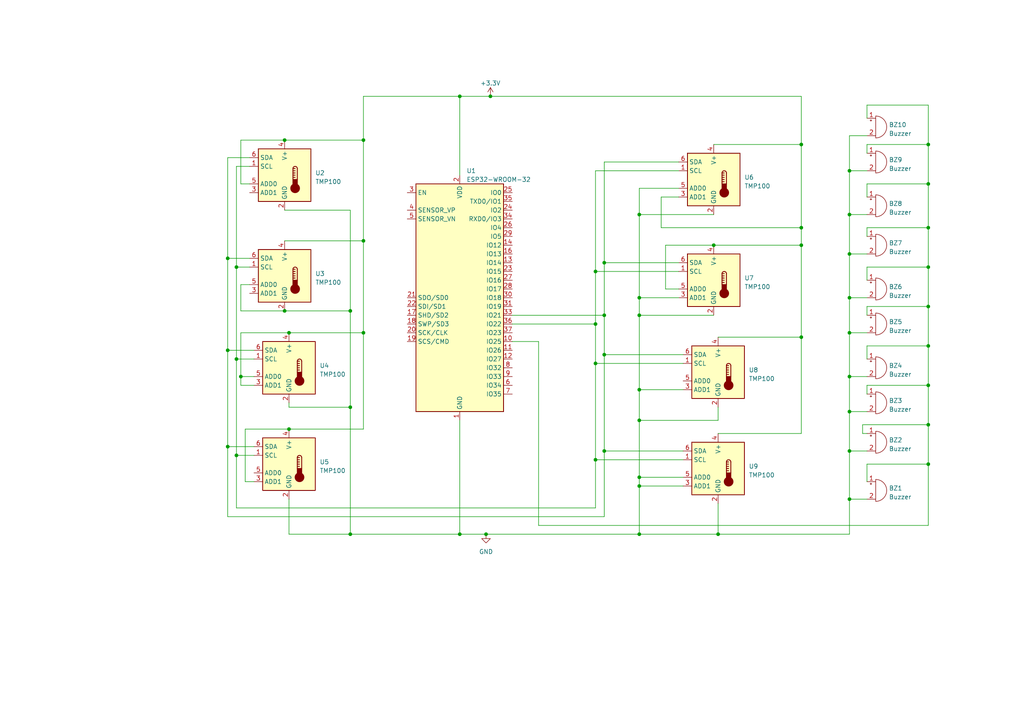
<source format=kicad_sch>
(kicad_sch (version 20230121) (generator eeschema)

  (uuid 4c75ee78-f2bc-4018-a4a0-032a90d0df34)

  (paper "A4")

  (lib_symbols
    (symbol "Device:Buzzer" (pin_names (offset 0.0254) hide) (in_bom yes) (on_board yes)
      (property "Reference" "BZ" (at 3.81 1.27 0)
        (effects (font (size 1.27 1.27)) (justify left))
      )
      (property "Value" "Buzzer" (at 3.81 -1.27 0)
        (effects (font (size 1.27 1.27)) (justify left))
      )
      (property "Footprint" "" (at -0.635 2.54 90)
        (effects (font (size 1.27 1.27)) hide)
      )
      (property "Datasheet" "~" (at -0.635 2.54 90)
        (effects (font (size 1.27 1.27)) hide)
      )
      (property "ki_keywords" "quartz resonator ceramic" (at 0 0 0)
        (effects (font (size 1.27 1.27)) hide)
      )
      (property "ki_description" "Buzzer, polarized" (at 0 0 0)
        (effects (font (size 1.27 1.27)) hide)
      )
      (property "ki_fp_filters" "*Buzzer*" (at 0 0 0)
        (effects (font (size 1.27 1.27)) hide)
      )
      (symbol "Buzzer_0_1"
        (arc (start 0 -3.175) (mid 3.1612 0) (end 0 3.175)
          (stroke (width 0) (type default))
          (fill (type none))
        )
        (polyline
          (pts
            (xy -1.651 1.905)
            (xy -1.143 1.905)
          )
          (stroke (width 0) (type default))
          (fill (type none))
        )
        (polyline
          (pts
            (xy -1.397 2.159)
            (xy -1.397 1.651)
          )
          (stroke (width 0) (type default))
          (fill (type none))
        )
        (polyline
          (pts
            (xy 0 3.175)
            (xy 0 -3.175)
          )
          (stroke (width 0) (type default))
          (fill (type none))
        )
      )
      (symbol "Buzzer_1_1"
        (pin passive line (at -2.54 2.54 0) (length 2.54)
          (name "-" (effects (font (size 1.27 1.27))))
          (number "1" (effects (font (size 1.27 1.27))))
        )
        (pin passive line (at -2.54 -2.54 0) (length 2.54)
          (name "+" (effects (font (size 1.27 1.27))))
          (number "2" (effects (font (size 1.27 1.27))))
        )
      )
    )
    (symbol "RF_Module:ESP32-WROOM-32" (in_bom yes) (on_board yes)
      (property "Reference" "U" (at -12.7 34.29 0)
        (effects (font (size 1.27 1.27)) (justify left))
      )
      (property "Value" "ESP32-WROOM-32" (at 1.27 34.29 0)
        (effects (font (size 1.27 1.27)) (justify left))
      )
      (property "Footprint" "RF_Module:ESP32-WROOM-32" (at 0 -38.1 0)
        (effects (font (size 1.27 1.27)) hide)
      )
      (property "Datasheet" "https://www.espressif.com/sites/default/files/documentation/esp32-wroom-32_datasheet_en.pdf" (at -7.62 1.27 0)
        (effects (font (size 1.27 1.27)) hide)
      )
      (property "ki_keywords" "RF Radio BT ESP ESP32 Espressif onboard PCB antenna" (at 0 0 0)
        (effects (font (size 1.27 1.27)) hide)
      )
      (property "ki_description" "RF Module, ESP32-D0WDQ6 SoC, Wi-Fi 802.11b/g/n, Bluetooth, BLE, 32-bit, 2.7-3.6V, onboard antenna, SMD" (at 0 0 0)
        (effects (font (size 1.27 1.27)) hide)
      )
      (property "ki_fp_filters" "ESP32?WROOM?32*" (at 0 0 0)
        (effects (font (size 1.27 1.27)) hide)
      )
      (symbol "ESP32-WROOM-32_0_1"
        (rectangle (start -12.7 33.02) (end 12.7 -33.02)
          (stroke (width 0.254) (type default))
          (fill (type background))
        )
      )
      (symbol "ESP32-WROOM-32_1_1"
        (pin power_in line (at 0 -35.56 90) (length 2.54)
          (name "GND" (effects (font (size 1.27 1.27))))
          (number "1" (effects (font (size 1.27 1.27))))
        )
        (pin bidirectional line (at 15.24 -12.7 180) (length 2.54)
          (name "IO25" (effects (font (size 1.27 1.27))))
          (number "10" (effects (font (size 1.27 1.27))))
        )
        (pin bidirectional line (at 15.24 -15.24 180) (length 2.54)
          (name "IO26" (effects (font (size 1.27 1.27))))
          (number "11" (effects (font (size 1.27 1.27))))
        )
        (pin bidirectional line (at 15.24 -17.78 180) (length 2.54)
          (name "IO27" (effects (font (size 1.27 1.27))))
          (number "12" (effects (font (size 1.27 1.27))))
        )
        (pin bidirectional line (at 15.24 10.16 180) (length 2.54)
          (name "IO14" (effects (font (size 1.27 1.27))))
          (number "13" (effects (font (size 1.27 1.27))))
        )
        (pin bidirectional line (at 15.24 15.24 180) (length 2.54)
          (name "IO12" (effects (font (size 1.27 1.27))))
          (number "14" (effects (font (size 1.27 1.27))))
        )
        (pin passive line (at 0 -35.56 90) (length 2.54) hide
          (name "GND" (effects (font (size 1.27 1.27))))
          (number "15" (effects (font (size 1.27 1.27))))
        )
        (pin bidirectional line (at 15.24 12.7 180) (length 2.54)
          (name "IO13" (effects (font (size 1.27 1.27))))
          (number "16" (effects (font (size 1.27 1.27))))
        )
        (pin bidirectional line (at -15.24 -5.08 0) (length 2.54)
          (name "SHD/SD2" (effects (font (size 1.27 1.27))))
          (number "17" (effects (font (size 1.27 1.27))))
        )
        (pin bidirectional line (at -15.24 -7.62 0) (length 2.54)
          (name "SWP/SD3" (effects (font (size 1.27 1.27))))
          (number "18" (effects (font (size 1.27 1.27))))
        )
        (pin bidirectional line (at -15.24 -12.7 0) (length 2.54)
          (name "SCS/CMD" (effects (font (size 1.27 1.27))))
          (number "19" (effects (font (size 1.27 1.27))))
        )
        (pin power_in line (at 0 35.56 270) (length 2.54)
          (name "VDD" (effects (font (size 1.27 1.27))))
          (number "2" (effects (font (size 1.27 1.27))))
        )
        (pin bidirectional line (at -15.24 -10.16 0) (length 2.54)
          (name "SCK/CLK" (effects (font (size 1.27 1.27))))
          (number "20" (effects (font (size 1.27 1.27))))
        )
        (pin bidirectional line (at -15.24 0 0) (length 2.54)
          (name "SDO/SD0" (effects (font (size 1.27 1.27))))
          (number "21" (effects (font (size 1.27 1.27))))
        )
        (pin bidirectional line (at -15.24 -2.54 0) (length 2.54)
          (name "SDI/SD1" (effects (font (size 1.27 1.27))))
          (number "22" (effects (font (size 1.27 1.27))))
        )
        (pin bidirectional line (at 15.24 7.62 180) (length 2.54)
          (name "IO15" (effects (font (size 1.27 1.27))))
          (number "23" (effects (font (size 1.27 1.27))))
        )
        (pin bidirectional line (at 15.24 25.4 180) (length 2.54)
          (name "IO2" (effects (font (size 1.27 1.27))))
          (number "24" (effects (font (size 1.27 1.27))))
        )
        (pin bidirectional line (at 15.24 30.48 180) (length 2.54)
          (name "IO0" (effects (font (size 1.27 1.27))))
          (number "25" (effects (font (size 1.27 1.27))))
        )
        (pin bidirectional line (at 15.24 20.32 180) (length 2.54)
          (name "IO4" (effects (font (size 1.27 1.27))))
          (number "26" (effects (font (size 1.27 1.27))))
        )
        (pin bidirectional line (at 15.24 5.08 180) (length 2.54)
          (name "IO16" (effects (font (size 1.27 1.27))))
          (number "27" (effects (font (size 1.27 1.27))))
        )
        (pin bidirectional line (at 15.24 2.54 180) (length 2.54)
          (name "IO17" (effects (font (size 1.27 1.27))))
          (number "28" (effects (font (size 1.27 1.27))))
        )
        (pin bidirectional line (at 15.24 17.78 180) (length 2.54)
          (name "IO5" (effects (font (size 1.27 1.27))))
          (number "29" (effects (font (size 1.27 1.27))))
        )
        (pin input line (at -15.24 30.48 0) (length 2.54)
          (name "EN" (effects (font (size 1.27 1.27))))
          (number "3" (effects (font (size 1.27 1.27))))
        )
        (pin bidirectional line (at 15.24 0 180) (length 2.54)
          (name "IO18" (effects (font (size 1.27 1.27))))
          (number "30" (effects (font (size 1.27 1.27))))
        )
        (pin bidirectional line (at 15.24 -2.54 180) (length 2.54)
          (name "IO19" (effects (font (size 1.27 1.27))))
          (number "31" (effects (font (size 1.27 1.27))))
        )
        (pin no_connect line (at -12.7 -27.94 0) (length 2.54) hide
          (name "NC" (effects (font (size 1.27 1.27))))
          (number "32" (effects (font (size 1.27 1.27))))
        )
        (pin bidirectional line (at 15.24 -5.08 180) (length 2.54)
          (name "IO21" (effects (font (size 1.27 1.27))))
          (number "33" (effects (font (size 1.27 1.27))))
        )
        (pin bidirectional line (at 15.24 22.86 180) (length 2.54)
          (name "RXD0/IO3" (effects (font (size 1.27 1.27))))
          (number "34" (effects (font (size 1.27 1.27))))
        )
        (pin bidirectional line (at 15.24 27.94 180) (length 2.54)
          (name "TXD0/IO1" (effects (font (size 1.27 1.27))))
          (number "35" (effects (font (size 1.27 1.27))))
        )
        (pin bidirectional line (at 15.24 -7.62 180) (length 2.54)
          (name "IO22" (effects (font (size 1.27 1.27))))
          (number "36" (effects (font (size 1.27 1.27))))
        )
        (pin bidirectional line (at 15.24 -10.16 180) (length 2.54)
          (name "IO23" (effects (font (size 1.27 1.27))))
          (number "37" (effects (font (size 1.27 1.27))))
        )
        (pin passive line (at 0 -35.56 90) (length 2.54) hide
          (name "GND" (effects (font (size 1.27 1.27))))
          (number "38" (effects (font (size 1.27 1.27))))
        )
        (pin passive line (at 0 -35.56 90) (length 2.54) hide
          (name "GND" (effects (font (size 1.27 1.27))))
          (number "39" (effects (font (size 1.27 1.27))))
        )
        (pin input line (at -15.24 25.4 0) (length 2.54)
          (name "SENSOR_VP" (effects (font (size 1.27 1.27))))
          (number "4" (effects (font (size 1.27 1.27))))
        )
        (pin input line (at -15.24 22.86 0) (length 2.54)
          (name "SENSOR_VN" (effects (font (size 1.27 1.27))))
          (number "5" (effects (font (size 1.27 1.27))))
        )
        (pin input line (at 15.24 -25.4 180) (length 2.54)
          (name "IO34" (effects (font (size 1.27 1.27))))
          (number "6" (effects (font (size 1.27 1.27))))
        )
        (pin input line (at 15.24 -27.94 180) (length 2.54)
          (name "IO35" (effects (font (size 1.27 1.27))))
          (number "7" (effects (font (size 1.27 1.27))))
        )
        (pin bidirectional line (at 15.24 -20.32 180) (length 2.54)
          (name "IO32" (effects (font (size 1.27 1.27))))
          (number "8" (effects (font (size 1.27 1.27))))
        )
        (pin bidirectional line (at 15.24 -22.86 180) (length 2.54)
          (name "IO33" (effects (font (size 1.27 1.27))))
          (number "9" (effects (font (size 1.27 1.27))))
        )
      )
    )
    (symbol "Sensor_Temperature:TMP100" (in_bom yes) (on_board yes)
      (property "Reference" "U" (at 10.16 6.35 0)
        (effects (font (size 1.27 1.27)))
      )
      (property "Value" "TMP100" (at 12.7 3.81 0)
        (effects (font (size 1.27 1.27)))
      )
      (property "Footprint" "Package_TO_SOT_SMD:SOT-23-6" (at 0 -8.89 0)
        (effects (font (size 1.27 1.27)) hide)
      )
      (property "Datasheet" "http://www.ti.com/lit/gpn/tmp100" (at -1.27 0 0)
        (effects (font (size 1.27 1.27)) hide)
      )
      (property "ki_keywords" "temperature sensor i2c smbus" (at 0 0 0)
        (effects (font (size 1.27 1.27)) hide)
      )
      (property "ki_description" "Temperature Sensor with I2C/SMBus Interface, SOT-23-6" (at 0 0 0)
        (effects (font (size 1.27 1.27)) hide)
      )
      (property "ki_fp_filters" "SOT?23*" (at 0 0 0)
        (effects (font (size 1.27 1.27)) hide)
      )
      (symbol "TMP100_0_1"
        (rectangle (start -7.62 7.62) (end 7.62 -7.62)
          (stroke (width 0.254) (type default))
          (fill (type background))
        )
      )
      (symbol "TMP100_1_1"
        (polyline
          (pts
            (xy 2.413 -0.635)
            (xy 3.048 -0.635)
          )
          (stroke (width 0.254) (type default))
          (fill (type none))
        )
        (polyline
          (pts
            (xy 2.413 0)
            (xy 3.048 0)
          )
          (stroke (width 0.254) (type default))
          (fill (type none))
        )
        (polyline
          (pts
            (xy 2.413 0.635)
            (xy 3.048 0.635)
          )
          (stroke (width 0.254) (type default))
          (fill (type none))
        )
        (polyline
          (pts
            (xy 2.413 1.27)
            (xy 3.048 1.27)
          )
          (stroke (width 0.254) (type default))
          (fill (type none))
        )
        (polyline
          (pts
            (xy 2.413 1.905)
            (xy 2.413 -1.27)
          )
          (stroke (width 0.254) (type default))
          (fill (type none))
        )
        (polyline
          (pts
            (xy 2.413 1.905)
            (xy 3.048 1.905)
          )
          (stroke (width 0.254) (type default))
          (fill (type none))
        )
        (polyline
          (pts
            (xy 3.683 1.905)
            (xy 3.683 -1.27)
          )
          (stroke (width 0.254) (type default))
          (fill (type none))
        )
        (circle (center 3.048 -3.81) (radius 1.27)
          (stroke (width 0.254) (type default))
          (fill (type outline))
        )
        (rectangle (start 3.683 -3.175) (end 2.413 -1.27)
          (stroke (width 0.254) (type default))
          (fill (type outline))
        )
        (arc (start 3.683 1.905) (mid 3.048 2.5373) (end 2.413 1.905)
          (stroke (width 0.254) (type default))
          (fill (type none))
        )
        (pin input line (at -10.16 2.54 0) (length 2.54)
          (name "SCL" (effects (font (size 1.27 1.27))))
          (number "1" (effects (font (size 1.27 1.27))))
        )
        (pin power_in line (at 0 -10.16 90) (length 2.54)
          (name "GND" (effects (font (size 1.27 1.27))))
          (number "2" (effects (font (size 1.27 1.27))))
        )
        (pin input line (at -10.16 -5.08 0) (length 2.54)
          (name "ADD1" (effects (font (size 1.27 1.27))))
          (number "3" (effects (font (size 1.27 1.27))))
        )
        (pin power_in line (at 0 10.16 270) (length 2.54)
          (name "V+" (effects (font (size 1.27 1.27))))
          (number "4" (effects (font (size 1.27 1.27))))
        )
        (pin input line (at -10.16 -2.54 0) (length 2.54)
          (name "ADD0" (effects (font (size 1.27 1.27))))
          (number "5" (effects (font (size 1.27 1.27))))
        )
        (pin bidirectional line (at -10.16 5.08 0) (length 2.54)
          (name "SDA" (effects (font (size 1.27 1.27))))
          (number "6" (effects (font (size 1.27 1.27))))
        )
      )
    )
    (symbol "power:+3.3V" (power) (pin_names (offset 0)) (in_bom yes) (on_board yes)
      (property "Reference" "#PWR" (at 0 -3.81 0)
        (effects (font (size 1.27 1.27)) hide)
      )
      (property "Value" "+3.3V" (at 0 3.556 0)
        (effects (font (size 1.27 1.27)))
      )
      (property "Footprint" "" (at 0 0 0)
        (effects (font (size 1.27 1.27)) hide)
      )
      (property "Datasheet" "" (at 0 0 0)
        (effects (font (size 1.27 1.27)) hide)
      )
      (property "ki_keywords" "global power" (at 0 0 0)
        (effects (font (size 1.27 1.27)) hide)
      )
      (property "ki_description" "Power symbol creates a global label with name \"+3.3V\"" (at 0 0 0)
        (effects (font (size 1.27 1.27)) hide)
      )
      (symbol "+3.3V_0_1"
        (polyline
          (pts
            (xy -0.762 1.27)
            (xy 0 2.54)
          )
          (stroke (width 0) (type default))
          (fill (type none))
        )
        (polyline
          (pts
            (xy 0 0)
            (xy 0 2.54)
          )
          (stroke (width 0) (type default))
          (fill (type none))
        )
        (polyline
          (pts
            (xy 0 2.54)
            (xy 0.762 1.27)
          )
          (stroke (width 0) (type default))
          (fill (type none))
        )
      )
      (symbol "+3.3V_1_1"
        (pin power_in line (at 0 0 90) (length 0) hide
          (name "+3.3V" (effects (font (size 1.27 1.27))))
          (number "1" (effects (font (size 1.27 1.27))))
        )
      )
    )
    (symbol "power:GND" (power) (pin_names (offset 0)) (in_bom yes) (on_board yes)
      (property "Reference" "#PWR" (at 0 -6.35 0)
        (effects (font (size 1.27 1.27)) hide)
      )
      (property "Value" "GND" (at 0 -3.81 0)
        (effects (font (size 1.27 1.27)))
      )
      (property "Footprint" "" (at 0 0 0)
        (effects (font (size 1.27 1.27)) hide)
      )
      (property "Datasheet" "" (at 0 0 0)
        (effects (font (size 1.27 1.27)) hide)
      )
      (property "ki_keywords" "global power" (at 0 0 0)
        (effects (font (size 1.27 1.27)) hide)
      )
      (property "ki_description" "Power symbol creates a global label with name \"GND\" , ground" (at 0 0 0)
        (effects (font (size 1.27 1.27)) hide)
      )
      (symbol "GND_0_1"
        (polyline
          (pts
            (xy 0 0)
            (xy 0 -1.27)
            (xy 1.27 -1.27)
            (xy 0 -2.54)
            (xy -1.27 -1.27)
            (xy 0 -1.27)
          )
          (stroke (width 0) (type default))
          (fill (type none))
        )
      )
      (symbol "GND_1_1"
        (pin power_in line (at 0 0 270) (length 0) hide
          (name "GND" (effects (font (size 1.27 1.27))))
          (number "1" (effects (font (size 1.27 1.27))))
        )
      )
    )
  )

  (junction (at 246.38 96.52) (diameter 0) (color 0 0 0 0)
    (uuid 03b776f7-2a8c-4d53-a833-4d8d9cc66321)
  )
  (junction (at 246.38 73.66) (diameter 0) (color 0 0 0 0)
    (uuid 0511578f-9dcc-433b-9374-6ce97983434b)
  )
  (junction (at 269.24 100.33) (diameter 0) (color 0 0 0 0)
    (uuid 0700f1d8-401a-429f-aaee-f5a72f5b6b8e)
  )
  (junction (at 66.04 129.54) (diameter 0) (color 0 0 0 0)
    (uuid 08b43925-e65e-450b-8b9a-571d2e302d69)
  )
  (junction (at 232.41 66.04) (diameter 0) (color 0 0 0 0)
    (uuid 0f5d9cfd-d5e2-412e-a3a3-f9719e25261f)
  )
  (junction (at 68.58 77.47) (diameter 0) (color 0 0 0 0)
    (uuid 107d52c8-068e-441e-838b-f720f09164c2)
  )
  (junction (at 105.41 96.52) (diameter 0) (color 0 0 0 0)
    (uuid 1346d77b-6f2c-46e8-a2dd-03f96ffc9122)
  )
  (junction (at 105.41 40.64) (diameter 0) (color 0 0 0 0)
    (uuid 16f5dec1-4562-451e-9cb7-6a250e094976)
  )
  (junction (at 82.55 90.17) (diameter 0) (color 0 0 0 0)
    (uuid 19f9d3c9-6049-428d-86ba-cd62f0054aa3)
  )
  (junction (at 172.72 93.98) (diameter 0) (color 0 0 0 0)
    (uuid 1a4ec714-13f9-44ea-8838-c877c153d540)
  )
  (junction (at 207.01 71.12) (diameter 0) (color 0 0 0 0)
    (uuid 2138cbaf-80fd-4c73-9bc9-66f489b067da)
  )
  (junction (at 185.42 86.36) (diameter 0) (color 0 0 0 0)
    (uuid 21add950-4cac-45ae-b2d0-57821d275576)
  )
  (junction (at 185.42 62.23) (diameter 0) (color 0 0 0 0)
    (uuid 25a88590-3ff6-423a-b5ec-d864ae152b15)
  )
  (junction (at 269.24 66.04) (diameter 0) (color 0 0 0 0)
    (uuid 269b82e6-1d5e-4afd-bb1b-5b0e9ad9c621)
  )
  (junction (at 133.35 154.94) (diameter 0) (color 0 0 0 0)
    (uuid 282efe42-cb9c-4cad-b8b5-164f6c6b9b72)
  )
  (junction (at 246.38 130.81) (diameter 0) (color 0 0 0 0)
    (uuid 2d925388-77b2-4533-9a29-3391bc8ad76e)
  )
  (junction (at 82.55 40.64) (diameter 0) (color 0 0 0 0)
    (uuid 2f490103-912b-4d47-bb38-7d11d56f0d63)
  )
  (junction (at 140.97 154.94) (diameter 0) (color 0 0 0 0)
    (uuid 364645d8-6eb8-4f34-bb81-5ba18fa36c80)
  )
  (junction (at 172.72 105.41) (diameter 0) (color 0 0 0 0)
    (uuid 36c824f4-baed-4276-b565-ecb23df8253e)
  )
  (junction (at 66.04 74.93) (diameter 0) (color 0 0 0 0)
    (uuid 3a8b254f-4eef-4747-8485-129248257ea2)
  )
  (junction (at 208.28 154.94) (diameter 0) (color 0 0 0 0)
    (uuid 3bccfd20-6cae-4b15-acf0-0725ff94fada)
  )
  (junction (at 185.42 138.43) (diameter 0) (color 0 0 0 0)
    (uuid 46d9a5a9-0a51-4f54-852d-03a9bd71d86b)
  )
  (junction (at 101.6 154.94) (diameter 0) (color 0 0 0 0)
    (uuid 50394678-878f-4aae-b9bd-048365c617f4)
  )
  (junction (at 175.26 102.87) (diameter 0) (color 0 0 0 0)
    (uuid 51556f0c-1ad5-4147-91f3-1397a89aed1c)
  )
  (junction (at 185.42 140.97) (diameter 0) (color 0 0 0 0)
    (uuid 516bfe95-d485-4d3a-9528-f7d5b5362f25)
  )
  (junction (at 269.24 88.9) (diameter 0) (color 0 0 0 0)
    (uuid 54a1be10-567b-44fe-83cf-e1164e01cc36)
  )
  (junction (at 105.41 69.85) (diameter 0) (color 0 0 0 0)
    (uuid 5c487d17-1f1a-462b-a686-2cbf630b87bb)
  )
  (junction (at 68.58 104.14) (diameter 0) (color 0 0 0 0)
    (uuid 5df5a278-1853-4e66-b764-a997db8d8789)
  )
  (junction (at 133.35 27.94) (diameter 0) (color 0 0 0 0)
    (uuid 5e45f4fc-32f0-40a0-9362-a1f387023068)
  )
  (junction (at 185.42 154.94) (diameter 0) (color 0 0 0 0)
    (uuid 65722603-1f9a-4975-88e3-10e2a9bed6dc)
  )
  (junction (at 269.24 77.47) (diameter 0) (color 0 0 0 0)
    (uuid 668e96f3-d6b9-43de-9c01-069c37cd8ed0)
  )
  (junction (at 172.72 78.74) (diameter 0) (color 0 0 0 0)
    (uuid 69a6274b-8414-44ff-9722-f18ea3e862da)
  )
  (junction (at 172.72 133.35) (diameter 0) (color 0 0 0 0)
    (uuid 6af8fc33-a364-4a07-9840-7360a482711e)
  )
  (junction (at 232.41 41.91) (diameter 0) (color 0 0 0 0)
    (uuid 7765518d-ca30-4732-9088-41f9717f2ccc)
  )
  (junction (at 246.38 119.38) (diameter 0) (color 0 0 0 0)
    (uuid 77f3f477-7de5-4483-9d78-b39a77bd2796)
  )
  (junction (at 232.41 97.79) (diameter 0) (color 0 0 0 0)
    (uuid 7b0e2026-e420-414c-a9e8-bfdcd38247cf)
  )
  (junction (at 246.38 86.36) (diameter 0) (color 0 0 0 0)
    (uuid 7b460a1b-d554-4dc7-abbc-fda35d3ea485)
  )
  (junction (at 175.26 130.81) (diameter 0) (color 0 0 0 0)
    (uuid 7c7e0128-9532-4437-83f0-61849cece2cb)
  )
  (junction (at 142.24 27.94) (diameter 0) (color 0 0 0 0)
    (uuid 87ffa3e9-9830-4da9-93fb-f7bc1ee14cf4)
  )
  (junction (at 232.41 71.12) (diameter 0) (color 0 0 0 0)
    (uuid 888cdbc8-6803-4bad-9fcc-37b4cddf0ef9)
  )
  (junction (at 246.38 49.53) (diameter 0) (color 0 0 0 0)
    (uuid 8f0a821c-df3e-4848-b237-4db2493e2a79)
  )
  (junction (at 69.85 109.22) (diameter 0) (color 0 0 0 0)
    (uuid 98c43c0d-d3d6-4613-baef-be508cb185fa)
  )
  (junction (at 269.24 53.34) (diameter 0) (color 0 0 0 0)
    (uuid 9fd0df8f-1313-444c-9072-3aa2aa71a08b)
  )
  (junction (at 175.26 91.44) (diameter 0) (color 0 0 0 0)
    (uuid a046fecc-46e5-4232-a031-499fc5751d71)
  )
  (junction (at 185.42 91.44) (diameter 0) (color 0 0 0 0)
    (uuid a52f7864-fa13-4034-9513-43bf1ade9e4c)
  )
  (junction (at 68.58 132.08) (diameter 0) (color 0 0 0 0)
    (uuid ac57bd5b-d13b-43da-a71e-7e171ca433fb)
  )
  (junction (at 269.24 41.91) (diameter 0) (color 0 0 0 0)
    (uuid ad718509-27d3-48d8-8d55-d8d75622e1af)
  )
  (junction (at 246.38 62.23) (diameter 0) (color 0 0 0 0)
    (uuid ad906ef7-293a-45c1-b663-c9803c9e5cd0)
  )
  (junction (at 185.42 113.03) (diameter 0) (color 0 0 0 0)
    (uuid ae334829-0c0f-4b4c-b284-12d0fd44b251)
  )
  (junction (at 175.26 76.2) (diameter 0) (color 0 0 0 0)
    (uuid af069f61-318c-4085-8ec6-538720b54948)
  )
  (junction (at 269.24 123.19) (diameter 0) (color 0 0 0 0)
    (uuid b73fae70-28af-4077-8ac7-6db8b7cceca0)
  )
  (junction (at 269.24 134.62) (diameter 0) (color 0 0 0 0)
    (uuid c38600bb-4104-4f9a-b849-a392d593990e)
  )
  (junction (at 269.24 111.76) (diameter 0) (color 0 0 0 0)
    (uuid d125184b-98d5-45ce-8046-b6025649bca2)
  )
  (junction (at 185.42 121.92) (diameter 0) (color 0 0 0 0)
    (uuid d447d0ea-1cb7-48a2-976a-940feee30a36)
  )
  (junction (at 83.82 124.46) (diameter 0) (color 0 0 0 0)
    (uuid d60dc718-3a7e-4a7a-be91-b14290a2f39b)
  )
  (junction (at 101.6 90.17) (diameter 0) (color 0 0 0 0)
    (uuid e1c40f5c-81a7-4e09-b624-b8f5bbda4337)
  )
  (junction (at 246.38 109.22) (diameter 0) (color 0 0 0 0)
    (uuid ea82ccba-6644-4ed2-b21c-97f2ecc1e155)
  )
  (junction (at 101.6 118.11) (diameter 0) (color 0 0 0 0)
    (uuid ecd1ea00-b267-4ec9-9338-7c4d7a4f5908)
  )
  (junction (at 83.82 96.52) (diameter 0) (color 0 0 0 0)
    (uuid ef0fc02d-8bfc-4ff0-b259-6b4da9fb7583)
  )
  (junction (at 66.04 101.6) (diameter 0) (color 0 0 0 0)
    (uuid f12d4f0f-c45f-430b-a95d-7be7948e6e41)
  )
  (junction (at 246.38 144.78) (diameter 0) (color 0 0 0 0)
    (uuid f509ffb3-dff8-4d43-8c44-3f62b5b60ff7)
  )

  (wire (pts (xy 185.42 154.94) (xy 208.28 154.94))
    (stroke (width 0) (type default))
    (uuid 015b1030-5ac3-4ec6-a6ff-c9e996195587)
  )
  (wire (pts (xy 232.41 27.94) (xy 142.24 27.94))
    (stroke (width 0) (type default))
    (uuid 03af14c4-16a9-47eb-988d-c6878a576615)
  )
  (wire (pts (xy 172.72 93.98) (xy 172.72 105.41))
    (stroke (width 0) (type default))
    (uuid 0493b24e-8ab7-488c-8952-7624e382741d)
  )
  (wire (pts (xy 175.26 130.81) (xy 175.26 102.87))
    (stroke (width 0) (type default))
    (uuid 089d3f08-dd33-49c0-8015-c0987268d27e)
  )
  (wire (pts (xy 232.41 97.79) (xy 232.41 125.73))
    (stroke (width 0) (type default))
    (uuid 09e9f18d-dca1-4cbb-b01a-d56d95daf75a)
  )
  (wire (pts (xy 251.46 96.52) (xy 246.38 96.52))
    (stroke (width 0) (type default))
    (uuid 0b6987d2-8481-42f1-9f8d-5b96e9f17943)
  )
  (wire (pts (xy 185.42 113.03) (xy 198.12 113.03))
    (stroke (width 0) (type default))
    (uuid 0dc9d439-08f7-43b4-b58d-d79fe759b048)
  )
  (wire (pts (xy 105.41 96.52) (xy 105.41 69.85))
    (stroke (width 0) (type default))
    (uuid 0de390f5-f034-42fc-a805-eb460cf9249f)
  )
  (wire (pts (xy 251.46 39.37) (xy 246.38 39.37))
    (stroke (width 0) (type default))
    (uuid 0f5b296b-0fd9-4087-8198-0550d7ef0934)
  )
  (wire (pts (xy 196.85 46.99) (xy 175.26 46.99))
    (stroke (width 0) (type default))
    (uuid 113c08af-19c1-494b-9970-44db0bb84cd3)
  )
  (wire (pts (xy 191.77 66.04) (xy 232.41 66.04))
    (stroke (width 0) (type default))
    (uuid 11e32051-2ad0-4c5a-99ed-bfb5d712a8c1)
  )
  (wire (pts (xy 71.12 124.46) (xy 83.82 124.46))
    (stroke (width 0) (type default))
    (uuid 15368a40-743f-4cd6-8d36-28cf462dbdee)
  )
  (wire (pts (xy 82.55 40.64) (xy 105.41 40.64))
    (stroke (width 0) (type default))
    (uuid 15ff0d8b-7fce-4e2c-ae1e-504d789d1649)
  )
  (wire (pts (xy 250.19 123.19) (xy 269.24 123.19))
    (stroke (width 0) (type default))
    (uuid 165fff8b-a454-4864-ab2c-818336e84af4)
  )
  (wire (pts (xy 185.42 86.36) (xy 196.85 86.36))
    (stroke (width 0) (type default))
    (uuid 197da132-3185-4eba-865e-5d44c1568a20)
  )
  (wire (pts (xy 269.24 30.48) (xy 269.24 41.91))
    (stroke (width 0) (type default))
    (uuid 19a187f0-62a4-435b-98f5-82313a249d65)
  )
  (wire (pts (xy 269.24 88.9) (xy 269.24 100.33))
    (stroke (width 0) (type default))
    (uuid 1a89bc84-5596-4db4-93fa-4f53e6cbe761)
  )
  (wire (pts (xy 196.85 54.61) (xy 185.42 54.61))
    (stroke (width 0) (type default))
    (uuid 2202a4eb-0f14-42c2-a9da-93fdcd89b03c)
  )
  (wire (pts (xy 68.58 104.14) (xy 73.66 104.14))
    (stroke (width 0) (type default))
    (uuid 2245de25-1d6e-4a1e-99b5-ac0cd5be0a04)
  )
  (wire (pts (xy 66.04 101.6) (xy 66.04 129.54))
    (stroke (width 0) (type default))
    (uuid 255d68b1-ebe2-4dfa-baec-f1ef9d8ef472)
  )
  (wire (pts (xy 68.58 132.08) (xy 68.58 147.32))
    (stroke (width 0) (type default))
    (uuid 27ffc73c-910e-4402-ace6-056996fbded1)
  )
  (wire (pts (xy 207.01 62.23) (xy 185.42 62.23))
    (stroke (width 0) (type default))
    (uuid 29289756-56c4-4253-90ec-62afbade2830)
  )
  (wire (pts (xy 198.12 130.81) (xy 175.26 130.81))
    (stroke (width 0) (type default))
    (uuid 2d667868-2308-4f27-8ce8-45226abbfda1)
  )
  (wire (pts (xy 207.01 41.91) (xy 232.41 41.91))
    (stroke (width 0) (type default))
    (uuid 2df64e1b-f4eb-42ec-ba75-40b96d262948)
  )
  (wire (pts (xy 251.46 144.78) (xy 246.38 144.78))
    (stroke (width 0) (type default))
    (uuid 319afe44-1f49-437d-978f-dbb83669fc44)
  )
  (wire (pts (xy 68.58 48.26) (xy 68.58 77.47))
    (stroke (width 0) (type default))
    (uuid 35079f20-f9e3-4e08-a5b7-86629d7d0941)
  )
  (wire (pts (xy 269.24 123.19) (xy 269.24 134.62))
    (stroke (width 0) (type default))
    (uuid 3550eb77-7eb5-4231-b66e-ef3003c1b419)
  )
  (wire (pts (xy 251.46 114.3) (xy 251.46 111.76))
    (stroke (width 0) (type default))
    (uuid 35629a4b-017e-4e69-aa4e-6b7f2b2a8e7d)
  )
  (wire (pts (xy 246.38 154.94) (xy 208.28 154.94))
    (stroke (width 0) (type default))
    (uuid 36462048-53e3-40c6-8ea9-c6d17eeb4bf1)
  )
  (wire (pts (xy 105.41 40.64) (xy 105.41 69.85))
    (stroke (width 0) (type default))
    (uuid 3a00ba56-35e8-4758-8608-66e397bfa0bb)
  )
  (wire (pts (xy 148.59 91.44) (xy 175.26 91.44))
    (stroke (width 0) (type default))
    (uuid 3b3e6450-043c-40f3-a2af-dd12ffc08f5b)
  )
  (wire (pts (xy 175.26 130.81) (xy 175.26 149.86))
    (stroke (width 0) (type default))
    (uuid 3befa774-349e-46cb-95c9-f4090ca9347e)
  )
  (wire (pts (xy 133.35 154.94) (xy 140.97 154.94))
    (stroke (width 0) (type default))
    (uuid 3ca37d81-89e2-48f5-8609-432bc79a3719)
  )
  (wire (pts (xy 208.28 118.11) (xy 208.28 121.92))
    (stroke (width 0) (type default))
    (uuid 3d64426c-6ea8-4365-863e-4c76fe068adf)
  )
  (wire (pts (xy 246.38 96.52) (xy 246.38 109.22))
    (stroke (width 0) (type default))
    (uuid 3d7361f4-be83-4296-891d-c8c8931c4b6b)
  )
  (wire (pts (xy 73.66 111.76) (xy 69.85 111.76))
    (stroke (width 0) (type default))
    (uuid 3d9238e4-6f08-4833-a659-838e69f7dd80)
  )
  (wire (pts (xy 251.46 91.44) (xy 251.46 88.9))
    (stroke (width 0) (type default))
    (uuid 3eff3187-33e6-4afe-9fb0-100690dd2aa1)
  )
  (wire (pts (xy 66.04 129.54) (xy 66.04 149.86))
    (stroke (width 0) (type default))
    (uuid 409ba42d-9d69-4065-8a43-727a7e354de1)
  )
  (wire (pts (xy 148.59 93.98) (xy 172.72 93.98))
    (stroke (width 0) (type default))
    (uuid 43473f9a-f71b-4529-bf2e-8447d1245ef2)
  )
  (wire (pts (xy 198.12 133.35) (xy 172.72 133.35))
    (stroke (width 0) (type default))
    (uuid 46c8073c-68ef-4382-bbdc-c9123a727b18)
  )
  (wire (pts (xy 68.58 132.08) (xy 73.66 132.08))
    (stroke (width 0) (type default))
    (uuid 46effa85-0e5d-4328-8f6f-42356fbd4779)
  )
  (wire (pts (xy 68.58 77.47) (xy 72.39 77.47))
    (stroke (width 0) (type default))
    (uuid 477b8195-a213-44cc-8584-84facf940f8d)
  )
  (wire (pts (xy 185.42 113.03) (xy 185.42 121.92))
    (stroke (width 0) (type default))
    (uuid 479856e9-9c0a-4e5e-aa53-5543ef3a165f)
  )
  (wire (pts (xy 251.46 81.28) (xy 251.46 77.47))
    (stroke (width 0) (type default))
    (uuid 4aaebbdf-df6b-438f-a913-4e85da46e99b)
  )
  (wire (pts (xy 246.38 130.81) (xy 246.38 144.78))
    (stroke (width 0) (type default))
    (uuid 4c09fb84-da05-4376-b16e-e5c9e1f06453)
  )
  (wire (pts (xy 101.6 90.17) (xy 101.6 118.11))
    (stroke (width 0) (type default))
    (uuid 4f57aff7-1f0b-4075-b972-d815c76b2116)
  )
  (wire (pts (xy 196.85 57.15) (xy 191.77 57.15))
    (stroke (width 0) (type default))
    (uuid 51b5e5eb-8c1a-4acf-81a7-935b92a1ef69)
  )
  (wire (pts (xy 66.04 45.72) (xy 72.39 45.72))
    (stroke (width 0) (type default))
    (uuid 51e069f8-5917-4d88-8dbf-9978594940b7)
  )
  (wire (pts (xy 73.66 139.7) (xy 71.12 139.7))
    (stroke (width 0) (type default))
    (uuid 53742473-de29-4ca0-b7bc-8831ce769b53)
  )
  (wire (pts (xy 185.42 86.36) (xy 185.42 91.44))
    (stroke (width 0) (type default))
    (uuid 542ad086-aa91-47c8-b2a2-e32fade45498)
  )
  (wire (pts (xy 66.04 45.72) (xy 66.04 74.93))
    (stroke (width 0) (type default))
    (uuid 54a5cc17-eee0-4eb2-9715-3715836b894d)
  )
  (wire (pts (xy 251.46 86.36) (xy 246.38 86.36))
    (stroke (width 0) (type default))
    (uuid 57c7b936-7c14-464b-b231-772b79fde7f1)
  )
  (wire (pts (xy 251.46 134.62) (xy 251.46 139.7))
    (stroke (width 0) (type default))
    (uuid 5834af96-39dd-4a6f-9215-08bb0aa0be48)
  )
  (wire (pts (xy 172.72 133.35) (xy 172.72 147.32))
    (stroke (width 0) (type default))
    (uuid 58543406-afb7-4d1d-9e4a-3c31e0cb2b22)
  )
  (wire (pts (xy 68.58 104.14) (xy 68.58 132.08))
    (stroke (width 0) (type default))
    (uuid 59bf5f8e-074b-406a-a2f3-84f0dc54dba8)
  )
  (wire (pts (xy 246.38 49.53) (xy 246.38 62.23))
    (stroke (width 0) (type default))
    (uuid 5a4a9cc0-884b-46ef-b258-ee84c70f63cc)
  )
  (wire (pts (xy 251.46 49.53) (xy 246.38 49.53))
    (stroke (width 0) (type default))
    (uuid 5b43cf5e-7d5a-4d9c-a862-ae7c31f98409)
  )
  (wire (pts (xy 66.04 74.93) (xy 72.39 74.93))
    (stroke (width 0) (type default))
    (uuid 5c00aeb6-ec36-4086-adeb-674918e76ec0)
  )
  (wire (pts (xy 66.04 129.54) (xy 73.66 129.54))
    (stroke (width 0) (type default))
    (uuid 5c6085b0-eae9-4a24-bc4b-aee005e83c91)
  )
  (wire (pts (xy 251.46 130.81) (xy 246.38 130.81))
    (stroke (width 0) (type default))
    (uuid 5c621778-2407-4b30-a47d-df991095513c)
  )
  (wire (pts (xy 105.41 124.46) (xy 105.41 96.52))
    (stroke (width 0) (type default))
    (uuid 5f17402c-8823-45c8-8871-6b086e5e5452)
  )
  (wire (pts (xy 68.58 147.32) (xy 172.72 147.32))
    (stroke (width 0) (type default))
    (uuid 607be0da-abcf-49b0-a86c-55333c0d754a)
  )
  (wire (pts (xy 140.97 154.94) (xy 185.42 154.94))
    (stroke (width 0) (type default))
    (uuid 60a2422e-d2c4-463c-acf7-68f1670ef898)
  )
  (wire (pts (xy 66.04 74.93) (xy 66.04 101.6))
    (stroke (width 0) (type default))
    (uuid 60a28646-cce8-4a1e-ad38-58c402d7468e)
  )
  (wire (pts (xy 185.42 140.97) (xy 198.12 140.97))
    (stroke (width 0) (type default))
    (uuid 635465c3-65d7-4af7-9f9e-40461b9fe68e)
  )
  (wire (pts (xy 251.46 104.14) (xy 251.46 100.33))
    (stroke (width 0) (type default))
    (uuid 6403a42f-3efb-4a0c-bb31-b4028b209f51)
  )
  (wire (pts (xy 172.72 49.53) (xy 172.72 78.74))
    (stroke (width 0) (type default))
    (uuid 6699e89b-13d1-4396-94a8-b7d1df3f6bb7)
  )
  (wire (pts (xy 269.24 100.33) (xy 269.24 111.76))
    (stroke (width 0) (type default))
    (uuid 686a4f49-b2f8-4a3a-9d15-3a7babf8197a)
  )
  (wire (pts (xy 251.46 68.58) (xy 251.46 66.04))
    (stroke (width 0) (type default))
    (uuid 691a98b2-4945-43af-93e7-d39da53680da)
  )
  (wire (pts (xy 196.85 49.53) (xy 172.72 49.53))
    (stroke (width 0) (type default))
    (uuid 69e6cec3-e7ce-442c-b29d-5da896ffb067)
  )
  (wire (pts (xy 208.28 121.92) (xy 185.42 121.92))
    (stroke (width 0) (type default))
    (uuid 6a2bba34-2c31-4730-b818-c543a3ab8ac7)
  )
  (wire (pts (xy 105.41 27.94) (xy 105.41 40.64))
    (stroke (width 0) (type default))
    (uuid 6a9a2a7a-1a8d-4808-abd8-c73db7b1cd9c)
  )
  (wire (pts (xy 185.42 91.44) (xy 185.42 113.03))
    (stroke (width 0) (type default))
    (uuid 6c77e069-7e5d-4e48-a252-6e90560bdfed)
  )
  (wire (pts (xy 269.24 111.76) (xy 269.24 123.19))
    (stroke (width 0) (type default))
    (uuid 6cecb0e2-5619-46b5-9e53-53c82bc6c9d0)
  )
  (wire (pts (xy 207.01 71.12) (xy 232.41 71.12))
    (stroke (width 0) (type default))
    (uuid 6e54a594-edcb-4a82-87eb-5a917aeba15c)
  )
  (wire (pts (xy 269.24 66.04) (xy 269.24 77.47))
    (stroke (width 0) (type default))
    (uuid 7072ebc3-3b7d-4dc8-b64a-08d75ce1bcb1)
  )
  (wire (pts (xy 68.58 77.47) (xy 68.58 104.14))
    (stroke (width 0) (type default))
    (uuid 710170d5-cb61-4dd8-94f8-7f0dffe09302)
  )
  (wire (pts (xy 148.59 99.06) (xy 156.21 99.06))
    (stroke (width 0) (type default))
    (uuid 72357344-d408-48fa-a386-d6db13628e1f)
  )
  (wire (pts (xy 185.42 138.43) (xy 185.42 140.97))
    (stroke (width 0) (type default))
    (uuid 724fcde6-7fde-4601-8671-771e7ef39e7e)
  )
  (wire (pts (xy 196.85 83.82) (xy 193.04 83.82))
    (stroke (width 0) (type default))
    (uuid 72ab6e9b-ea41-4585-9358-cefb4e62737b)
  )
  (wire (pts (xy 69.85 96.52) (xy 83.82 96.52))
    (stroke (width 0) (type default))
    (uuid 73212a91-d9ce-4267-a953-25842d1cb978)
  )
  (wire (pts (xy 269.24 152.4) (xy 269.24 134.62))
    (stroke (width 0) (type default))
    (uuid 7531dcc7-441a-47ff-9177-7cfede891a47)
  )
  (wire (pts (xy 232.41 71.12) (xy 232.41 97.79))
    (stroke (width 0) (type default))
    (uuid 7546dd15-b016-4bf1-b71f-7f07d032450f)
  )
  (wire (pts (xy 185.42 121.92) (xy 185.42 138.43))
    (stroke (width 0) (type default))
    (uuid 75b45ff7-4811-4657-aee2-29e45f44a901)
  )
  (wire (pts (xy 185.42 54.61) (xy 185.42 62.23))
    (stroke (width 0) (type default))
    (uuid 77e85a86-0d2d-455e-bf78-5595ef708830)
  )
  (wire (pts (xy 185.42 140.97) (xy 185.42 154.94))
    (stroke (width 0) (type default))
    (uuid 7b52d650-9eee-4b88-bc75-b70d2deca669)
  )
  (wire (pts (xy 191.77 57.15) (xy 191.77 66.04))
    (stroke (width 0) (type default))
    (uuid 7de1c5e8-3b52-4303-bbb9-458847bb1743)
  )
  (wire (pts (xy 193.04 71.12) (xy 207.01 71.12))
    (stroke (width 0) (type default))
    (uuid 7e0ad2ea-4187-47b3-9e47-783ce5500ec9)
  )
  (wire (pts (xy 101.6 154.94) (xy 133.35 154.94))
    (stroke (width 0) (type default))
    (uuid 7e5429b0-4919-4a08-b283-605c2bcfd7da)
  )
  (wire (pts (xy 69.85 40.64) (xy 82.55 40.64))
    (stroke (width 0) (type default))
    (uuid 81920bb0-8c6d-4928-883b-33b49fc0b103)
  )
  (wire (pts (xy 251.46 30.48) (xy 269.24 30.48))
    (stroke (width 0) (type default))
    (uuid 81b70782-738a-4bf1-a433-de1e0c8783a5)
  )
  (wire (pts (xy 232.41 41.91) (xy 232.41 66.04))
    (stroke (width 0) (type default))
    (uuid 82b1345b-b7b3-4eb5-9dd5-095ed7f41614)
  )
  (wire (pts (xy 251.46 100.33) (xy 269.24 100.33))
    (stroke (width 0) (type default))
    (uuid 83d9f299-64de-43dc-834e-c548e0daa165)
  )
  (wire (pts (xy 175.26 91.44) (xy 175.26 102.87))
    (stroke (width 0) (type default))
    (uuid 83e582bb-421f-4581-bb76-78b513e77560)
  )
  (wire (pts (xy 172.72 78.74) (xy 172.72 93.98))
    (stroke (width 0) (type default))
    (uuid 866c5e4c-8c37-4180-b371-fc4514633294)
  )
  (wire (pts (xy 269.24 53.34) (xy 269.24 66.04))
    (stroke (width 0) (type default))
    (uuid 89d98e99-eec4-4b25-bde6-547753ad2b2a)
  )
  (wire (pts (xy 185.42 138.43) (xy 198.12 138.43))
    (stroke (width 0) (type default))
    (uuid 8a0f107c-97ff-4f3d-bccb-32386316268d)
  )
  (wire (pts (xy 251.46 119.38) (xy 246.38 119.38))
    (stroke (width 0) (type default))
    (uuid 8b78f3a6-f76e-4885-a2dc-278e9664cc7f)
  )
  (wire (pts (xy 68.58 48.26) (xy 72.39 48.26))
    (stroke (width 0) (type default))
    (uuid 8ccc9ce8-6bfc-4124-91b9-3297c28db8af)
  )
  (wire (pts (xy 246.38 62.23) (xy 246.38 73.66))
    (stroke (width 0) (type default))
    (uuid 8cfaf041-e386-4df9-8361-49dbfbbfdb3c)
  )
  (wire (pts (xy 83.82 118.11) (xy 101.6 118.11))
    (stroke (width 0) (type default))
    (uuid 8dcfa26c-c749-4d0d-a734-fd20165ab430)
  )
  (wire (pts (xy 251.46 57.15) (xy 251.46 53.34))
    (stroke (width 0) (type default))
    (uuid 8fada244-cbea-49c8-9536-16acce7905a6)
  )
  (wire (pts (xy 269.24 134.62) (xy 251.46 134.62))
    (stroke (width 0) (type default))
    (uuid 8fe95636-cf6f-4e66-99ee-d8bba53c75b9)
  )
  (wire (pts (xy 208.28 146.05) (xy 208.28 154.94))
    (stroke (width 0) (type default))
    (uuid 9148825e-c715-4499-80dc-4f5f21d2aecb)
  )
  (wire (pts (xy 251.46 41.91) (xy 269.24 41.91))
    (stroke (width 0) (type default))
    (uuid 94b65e5d-47fd-43bf-aa32-1d7fd981bd33)
  )
  (wire (pts (xy 251.46 34.29) (xy 251.46 30.48))
    (stroke (width 0) (type default))
    (uuid 9ad4608d-025b-4100-9712-1dc51509bac9)
  )
  (wire (pts (xy 251.46 62.23) (xy 246.38 62.23))
    (stroke (width 0) (type default))
    (uuid 9d5a1772-5268-4d05-9d37-ba5ed5582b41)
  )
  (wire (pts (xy 82.55 90.17) (xy 101.6 90.17))
    (stroke (width 0) (type default))
    (uuid 9f8691fc-bf59-4c9a-8a4e-7b0d6cec8b3b)
  )
  (wire (pts (xy 72.39 82.55) (xy 69.85 82.55))
    (stroke (width 0) (type default))
    (uuid 9ffd85dc-1fa0-4253-9b85-1c260dda1e51)
  )
  (wire (pts (xy 251.46 73.66) (xy 246.38 73.66))
    (stroke (width 0) (type default))
    (uuid a024ffd3-dba3-478d-85a2-b082ee4e78de)
  )
  (wire (pts (xy 246.38 39.37) (xy 246.38 49.53))
    (stroke (width 0) (type default))
    (uuid a1fd6a7f-bf16-4a09-9f35-2873a2c55f87)
  )
  (wire (pts (xy 133.35 121.92) (xy 133.35 154.94))
    (stroke (width 0) (type default))
    (uuid a1fe005d-bba5-4273-a916-b9fcb96bdb6f)
  )
  (wire (pts (xy 142.24 27.94) (xy 133.35 27.94))
    (stroke (width 0) (type default))
    (uuid a3750990-af9c-4768-a74f-9a1f8670f41a)
  )
  (wire (pts (xy 175.26 46.99) (xy 175.26 76.2))
    (stroke (width 0) (type default))
    (uuid a673a269-f799-43cd-a357-2a4ec7f28464)
  )
  (wire (pts (xy 269.24 77.47) (xy 269.24 88.9))
    (stroke (width 0) (type default))
    (uuid a6df5ed9-af65-4fba-a8a2-8747125dd3b8)
  )
  (wire (pts (xy 251.46 88.9) (xy 269.24 88.9))
    (stroke (width 0) (type default))
    (uuid a86421a6-3dcd-492c-b3b7-43c38e598486)
  )
  (wire (pts (xy 101.6 60.96) (xy 101.6 90.17))
    (stroke (width 0) (type default))
    (uuid a8e404f3-cfec-4e9f-b14a-2c1afc1e7bfc)
  )
  (wire (pts (xy 175.26 76.2) (xy 175.26 91.44))
    (stroke (width 0) (type default))
    (uuid aa78aa37-d864-4ce9-8786-885b6cf01b77)
  )
  (wire (pts (xy 82.55 60.96) (xy 101.6 60.96))
    (stroke (width 0) (type default))
    (uuid ab2957a1-0824-48aa-b89a-21c0a887a6c8)
  )
  (wire (pts (xy 269.24 41.91) (xy 269.24 53.34))
    (stroke (width 0) (type default))
    (uuid ac1f3548-377d-4e84-a4d4-481fe74962ff)
  )
  (wire (pts (xy 193.04 83.82) (xy 193.04 71.12))
    (stroke (width 0) (type default))
    (uuid ac338397-4487-4193-84cc-4cfe853155ef)
  )
  (wire (pts (xy 156.21 152.4) (xy 269.24 152.4))
    (stroke (width 0) (type default))
    (uuid ad32109a-d214-437e-8061-162c0086f17c)
  )
  (wire (pts (xy 207.01 91.44) (xy 185.42 91.44))
    (stroke (width 0) (type default))
    (uuid b091f7e3-120d-4534-8892-5bd85bf2ff34)
  )
  (wire (pts (xy 246.38 144.78) (xy 246.38 154.94))
    (stroke (width 0) (type default))
    (uuid b0f0498f-03e8-4787-9782-a117daab4e33)
  )
  (wire (pts (xy 69.85 53.34) (xy 69.85 40.64))
    (stroke (width 0) (type default))
    (uuid b46b0905-1102-45d3-be0e-d263ba1ade90)
  )
  (wire (pts (xy 83.82 124.46) (xy 105.41 124.46))
    (stroke (width 0) (type default))
    (uuid ba000dba-d459-407d-bd54-1eb785f8f615)
  )
  (wire (pts (xy 69.85 109.22) (xy 69.85 96.52))
    (stroke (width 0) (type default))
    (uuid bb09cae4-50f9-4811-9eec-80e26f5d69b7)
  )
  (wire (pts (xy 251.46 53.34) (xy 269.24 53.34))
    (stroke (width 0) (type default))
    (uuid be84c75f-5b16-4292-bb33-5825d704414f)
  )
  (wire (pts (xy 185.42 62.23) (xy 185.42 86.36))
    (stroke (width 0) (type default))
    (uuid bf12ca01-7952-405f-aa32-9ad36446ea62)
  )
  (wire (pts (xy 251.46 111.76) (xy 269.24 111.76))
    (stroke (width 0) (type default))
    (uuid c19eb3e8-10ca-43e8-8e42-170aa39cfbcb)
  )
  (wire (pts (xy 69.85 82.55) (xy 69.85 90.17))
    (stroke (width 0) (type default))
    (uuid c4b53999-c8e0-4a9d-84e8-52f8348e7722)
  )
  (wire (pts (xy 83.82 144.78) (xy 83.82 154.94))
    (stroke (width 0) (type default))
    (uuid c9aee86e-48f2-4b50-97e1-6cde2e60853f)
  )
  (wire (pts (xy 251.46 77.47) (xy 269.24 77.47))
    (stroke (width 0) (type default))
    (uuid c9bee4a9-3087-400c-8ce3-83d40e1164d9)
  )
  (wire (pts (xy 101.6 118.11) (xy 101.6 154.94))
    (stroke (width 0) (type default))
    (uuid c9c65349-3ede-4931-a70a-57b12d5f644c)
  )
  (wire (pts (xy 232.41 27.94) (xy 232.41 41.91))
    (stroke (width 0) (type default))
    (uuid ca0d354a-9ca2-4289-92f1-c342a288b4ec)
  )
  (wire (pts (xy 251.46 125.73) (xy 250.19 125.73))
    (stroke (width 0) (type default))
    (uuid ca7dde70-9851-452d-a691-e9042b63c4e7)
  )
  (wire (pts (xy 251.46 44.45) (xy 251.46 41.91))
    (stroke (width 0) (type default))
    (uuid cbdfc5c4-3549-409f-9481-d3eb451a2880)
  )
  (wire (pts (xy 208.28 125.73) (xy 232.41 125.73))
    (stroke (width 0) (type default))
    (uuid cc2b8a60-9c87-45c9-9a4e-e3de626cab99)
  )
  (wire (pts (xy 72.39 53.34) (xy 69.85 53.34))
    (stroke (width 0) (type default))
    (uuid cd53c6b2-d97f-4d9d-b89f-fd365ffea434)
  )
  (wire (pts (xy 156.21 99.06) (xy 156.21 152.4))
    (stroke (width 0) (type default))
    (uuid cdecccaf-10ba-4504-89cc-069bfc3440aa)
  )
  (wire (pts (xy 69.85 109.22) (xy 73.66 109.22))
    (stroke (width 0) (type default))
    (uuid d2703027-f375-4e65-978f-c35568d9b4e2)
  )
  (wire (pts (xy 251.46 66.04) (xy 269.24 66.04))
    (stroke (width 0) (type default))
    (uuid d3a712ca-2f40-4289-a2ae-d04fcfdb9dc6)
  )
  (wire (pts (xy 196.85 78.74) (xy 172.72 78.74))
    (stroke (width 0) (type default))
    (uuid d8465c49-d3bb-440e-8c83-83a333bb2f2c)
  )
  (wire (pts (xy 71.12 139.7) (xy 71.12 124.46))
    (stroke (width 0) (type default))
    (uuid da5989ff-4b86-4a37-bb8f-6cee7e6ece24)
  )
  (wire (pts (xy 246.38 73.66) (xy 246.38 86.36))
    (stroke (width 0) (type default))
    (uuid dab87254-df99-427c-b85b-47c9c743dd3a)
  )
  (wire (pts (xy 69.85 90.17) (xy 82.55 90.17))
    (stroke (width 0) (type default))
    (uuid dad7af6d-e31e-40fd-a8a5-80d58c378394)
  )
  (wire (pts (xy 83.82 116.84) (xy 83.82 118.11))
    (stroke (width 0) (type default))
    (uuid dbd5dd71-779d-4acf-a2b4-9956a3eaae22)
  )
  (wire (pts (xy 246.38 109.22) (xy 246.38 119.38))
    (stroke (width 0) (type default))
    (uuid dcc19b9a-7480-4c2b-bf9a-756d0b809a69)
  )
  (wire (pts (xy 251.46 109.22) (xy 246.38 109.22))
    (stroke (width 0) (type default))
    (uuid dfcf1174-3478-48d6-b9ba-694d3d9253ef)
  )
  (wire (pts (xy 246.38 119.38) (xy 246.38 130.81))
    (stroke (width 0) (type default))
    (uuid e0e4db1d-3ae3-4631-96c0-346081164b51)
  )
  (wire (pts (xy 250.19 125.73) (xy 250.19 123.19))
    (stroke (width 0) (type default))
    (uuid e18f0e5e-caa2-4b4b-a999-c6f4ee6269b8)
  )
  (wire (pts (xy 232.41 66.04) (xy 232.41 71.12))
    (stroke (width 0) (type default))
    (uuid e21e62bc-100c-4c7a-969a-c7838f9e76c2)
  )
  (wire (pts (xy 66.04 149.86) (xy 175.26 149.86))
    (stroke (width 0) (type default))
    (uuid e4bbca55-6dda-4b85-9ffe-581ed6a89907)
  )
  (wire (pts (xy 133.35 27.94) (xy 133.35 50.8))
    (stroke (width 0) (type default))
    (uuid e9443880-4d26-4a03-ac9d-17ebac6c2bb7)
  )
  (wire (pts (xy 82.55 69.85) (xy 105.41 69.85))
    (stroke (width 0) (type default))
    (uuid e99d1588-4daf-4975-87ee-b5e5d7f5606b)
  )
  (wire (pts (xy 172.72 133.35) (xy 172.72 105.41))
    (stroke (width 0) (type default))
    (uuid eb4edb9c-563d-4536-9ce9-bdbdea3af850)
  )
  (wire (pts (xy 172.72 105.41) (xy 198.12 105.41))
    (stroke (width 0) (type default))
    (uuid ec43b4ce-3460-45ec-9278-fba3c7e32f02)
  )
  (wire (pts (xy 198.12 102.87) (xy 175.26 102.87))
    (stroke (width 0) (type default))
    (uuid edccd6fc-9fb3-40f9-821f-0685a9b18426)
  )
  (wire (pts (xy 105.41 27.94) (xy 133.35 27.94))
    (stroke (width 0) (type default))
    (uuid f2d44eb9-e6dc-4189-8f90-5f736bcb2789)
  )
  (wire (pts (xy 66.04 101.6) (xy 73.66 101.6))
    (stroke (width 0) (type default))
    (uuid f4f6bc44-5253-4da6-970b-39b78b950cde)
  )
  (wire (pts (xy 83.82 96.52) (xy 105.41 96.52))
    (stroke (width 0) (type default))
    (uuid f6e1b1f6-2aef-4d37-8a13-3b7c548f24b8)
  )
  (wire (pts (xy 208.28 97.79) (xy 232.41 97.79))
    (stroke (width 0) (type default))
    (uuid f8309a1c-7065-402e-aa34-ed8787628a0f)
  )
  (wire (pts (xy 69.85 111.76) (xy 69.85 109.22))
    (stroke (width 0) (type default))
    (uuid fbc9e629-a480-4c0d-87e4-eaae85341cd8)
  )
  (wire (pts (xy 246.38 86.36) (xy 246.38 96.52))
    (stroke (width 0) (type default))
    (uuid fc16ff90-b51a-462a-8d35-cba27baeafde)
  )
  (wire (pts (xy 175.26 76.2) (xy 196.85 76.2))
    (stroke (width 0) (type default))
    (uuid fc3f12b8-66ea-4fbf-9164-1cce9755616d)
  )
  (wire (pts (xy 83.82 154.94) (xy 101.6 154.94))
    (stroke (width 0) (type default))
    (uuid fd449aad-cb30-466a-9111-bcedc987d261)
  )

  (symbol (lib_id "Device:Buzzer") (at 254 93.98 0) (unit 1)
    (in_bom yes) (on_board yes) (dnp no) (fields_autoplaced)
    (uuid 0d6c2f1c-f09a-4fde-b80f-f687d7fd406d)
    (property "Reference" "BZ5" (at 257.81 93.345 0)
      (effects (font (size 1.27 1.27)) (justify left))
    )
    (property "Value" "Buzzer" (at 257.81 95.885 0)
      (effects (font (size 1.27 1.27)) (justify left))
    )
    (property "Footprint" "Buzzer_Beeper:Buzzer_12x9.5RM7.6" (at 253.365 91.44 90)
      (effects (font (size 1.27 1.27)) hide)
    )
    (property "Datasheet" "~" (at 253.365 91.44 90)
      (effects (font (size 1.27 1.27)) hide)
    )
    (pin "1" (uuid d1bf45fe-252c-4916-9c9c-c7c847f78c6c))
    (pin "2" (uuid a1ec3c9d-f341-4bc4-88bc-1025b3ff489a))
    (instances
      (project "Top_level_schematice"
        (path "/4c75ee78-f2bc-4018-a4a0-032a90d0df34"
          (reference "BZ5") (unit 1)
        )
      )
    )
  )

  (symbol (lib_id "power:GND") (at 140.97 154.94 0) (unit 1)
    (in_bom yes) (on_board yes) (dnp no) (fields_autoplaced)
    (uuid 1504ce4c-7a3a-43d6-8a74-472bcf46b429)
    (property "Reference" "#PWR02" (at 140.97 161.29 0)
      (effects (font (size 1.27 1.27)) hide)
    )
    (property "Value" "GND" (at 140.97 160.02 0)
      (effects (font (size 1.27 1.27)))
    )
    (property "Footprint" "" (at 140.97 154.94 0)
      (effects (font (size 1.27 1.27)) hide)
    )
    (property "Datasheet" "" (at 140.97 154.94 0)
      (effects (font (size 1.27 1.27)) hide)
    )
    (pin "1" (uuid 08490528-8304-4721-ae2c-b829078e9e55))
    (instances
      (project "Top_level_schematice"
        (path "/4c75ee78-f2bc-4018-a4a0-032a90d0df34"
          (reference "#PWR02") (unit 1)
        )
      )
    )
  )

  (symbol (lib_id "Device:Buzzer") (at 254 116.84 0) (unit 1)
    (in_bom yes) (on_board yes) (dnp no) (fields_autoplaced)
    (uuid 1585b123-8648-4baa-a819-a8fbfd5c5710)
    (property "Reference" "BZ3" (at 257.81 116.205 0)
      (effects (font (size 1.27 1.27)) (justify left))
    )
    (property "Value" "Buzzer" (at 257.81 118.745 0)
      (effects (font (size 1.27 1.27)) (justify left))
    )
    (property "Footprint" "Buzzer_Beeper:Buzzer_12x9.5RM7.6" (at 253.365 114.3 90)
      (effects (font (size 1.27 1.27)) hide)
    )
    (property "Datasheet" "~" (at 253.365 114.3 90)
      (effects (font (size 1.27 1.27)) hide)
    )
    (pin "1" (uuid a066a810-03a7-4d1e-a5ad-da6a7e9b8e5f))
    (pin "2" (uuid 27b5ad31-f874-4fcc-b8de-536040ddade6))
    (instances
      (project "Top_level_schematice"
        (path "/4c75ee78-f2bc-4018-a4a0-032a90d0df34"
          (reference "BZ3") (unit 1)
        )
      )
    )
  )

  (symbol (lib_id "Device:Buzzer") (at 254 46.99 0) (unit 1)
    (in_bom yes) (on_board yes) (dnp no) (fields_autoplaced)
    (uuid 3db86100-dcf3-40d1-a877-3e2ffe38f64c)
    (property "Reference" "BZ9" (at 257.81 46.355 0)
      (effects (font (size 1.27 1.27)) (justify left))
    )
    (property "Value" "Buzzer" (at 257.81 48.895 0)
      (effects (font (size 1.27 1.27)) (justify left))
    )
    (property "Footprint" "Buzzer_Beeper:Buzzer_12x9.5RM7.6" (at 253.365 44.45 90)
      (effects (font (size 1.27 1.27)) hide)
    )
    (property "Datasheet" "~" (at 253.365 44.45 90)
      (effects (font (size 1.27 1.27)) hide)
    )
    (pin "1" (uuid 89f720cf-5ee1-4e46-b6c9-23394a8af8a3))
    (pin "2" (uuid 37053bfa-5e08-4c9e-9170-92e1bf821450))
    (instances
      (project "Top_level_schematice"
        (path "/4c75ee78-f2bc-4018-a4a0-032a90d0df34"
          (reference "BZ9") (unit 1)
        )
      )
    )
  )

  (symbol (lib_id "Device:Buzzer") (at 254 83.82 0) (unit 1)
    (in_bom yes) (on_board yes) (dnp no) (fields_autoplaced)
    (uuid 43bb6ae9-aa3c-458c-82b0-e2454cc919bd)
    (property "Reference" "BZ6" (at 257.81 83.185 0)
      (effects (font (size 1.27 1.27)) (justify left))
    )
    (property "Value" "Buzzer" (at 257.81 85.725 0)
      (effects (font (size 1.27 1.27)) (justify left))
    )
    (property "Footprint" "Buzzer_Beeper:Buzzer_12x9.5RM7.6" (at 253.365 81.28 90)
      (effects (font (size 1.27 1.27)) hide)
    )
    (property "Datasheet" "~" (at 253.365 81.28 90)
      (effects (font (size 1.27 1.27)) hide)
    )
    (pin "1" (uuid ca0233ae-928e-477d-87ab-1a1d6cba8d19))
    (pin "2" (uuid 5bbe88b3-219c-4684-a3d5-3cb38a828125))
    (instances
      (project "Top_level_schematice"
        (path "/4c75ee78-f2bc-4018-a4a0-032a90d0df34"
          (reference "BZ6") (unit 1)
        )
      )
    )
  )

  (symbol (lib_id "power:+3.3V") (at 142.24 27.94 0) (unit 1)
    (in_bom yes) (on_board yes) (dnp no)
    (uuid 5a840c30-0612-4b73-82cb-3de64454e7dd)
    (property "Reference" "#PWR01" (at 142.24 31.75 0)
      (effects (font (size 1.27 1.27)) hide)
    )
    (property "Value" "+3.3V" (at 142.24 24.13 0)
      (effects (font (size 1.27 1.27)))
    )
    (property "Footprint" "" (at 142.24 27.94 0)
      (effects (font (size 1.27 1.27)) hide)
    )
    (property "Datasheet" "" (at 142.24 27.94 0)
      (effects (font (size 1.27 1.27)) hide)
    )
    (pin "1" (uuid 2fa62ab3-af21-4be0-ac60-b241799c8d94))
    (instances
      (project "Top_level_schematice"
        (path "/4c75ee78-f2bc-4018-a4a0-032a90d0df34"
          (reference "#PWR01") (unit 1)
        )
      )
    )
  )

  (symbol (lib_id "Sensor_Temperature:TMP100") (at 207.01 81.28 0) (unit 1)
    (in_bom yes) (on_board yes) (dnp no) (fields_autoplaced)
    (uuid 5f7a3737-9bbd-4742-9d17-1406e039d5a7)
    (property "Reference" "U7" (at 215.9 80.645 0)
      (effects (font (size 1.27 1.27)) (justify left))
    )
    (property "Value" "TMP100" (at 215.9 83.185 0)
      (effects (font (size 1.27 1.27)) (justify left))
    )
    (property "Footprint" "Package_TO_SOT_SMD:SOT-23-6" (at 207.01 90.17 0)
      (effects (font (size 1.27 1.27)) hide)
    )
    (property "Datasheet" "http://www.ti.com/lit/gpn/tmp100" (at 205.74 81.28 0)
      (effects (font (size 1.27 1.27)) hide)
    )
    (pin "1" (uuid cc19b11c-5b1c-4d5b-bff0-833f6da10c42))
    (pin "2" (uuid f3fa5f1b-cad8-4cc6-8044-7c5521e1ce95))
    (pin "3" (uuid 56925cc1-f8c3-4e0c-875f-f5828291760c))
    (pin "4" (uuid 69706d2c-3934-425a-bf32-485c11e9b6be))
    (pin "5" (uuid 7d7e707b-2f47-41fb-898f-09412e2f7d27))
    (pin "6" (uuid 3e740301-9fd3-41df-acae-b0a470df4d80))
    (instances
      (project "Top_level_schematice"
        (path "/4c75ee78-f2bc-4018-a4a0-032a90d0df34"
          (reference "U7") (unit 1)
        )
      )
    )
  )

  (symbol (lib_id "Device:Buzzer") (at 254 71.12 0) (unit 1)
    (in_bom yes) (on_board yes) (dnp no) (fields_autoplaced)
    (uuid 7271f13d-a1e3-400d-b299-3f804456fa76)
    (property "Reference" "BZ7" (at 257.81 70.485 0)
      (effects (font (size 1.27 1.27)) (justify left))
    )
    (property "Value" "Buzzer" (at 257.81 73.025 0)
      (effects (font (size 1.27 1.27)) (justify left))
    )
    (property "Footprint" "Buzzer_Beeper:Buzzer_12x9.5RM7.6" (at 253.365 68.58 90)
      (effects (font (size 1.27 1.27)) hide)
    )
    (property "Datasheet" "~" (at 253.365 68.58 90)
      (effects (font (size 1.27 1.27)) hide)
    )
    (pin "1" (uuid 6471e575-5ddc-4509-bac5-7ff94b710d5a))
    (pin "2" (uuid a3e19c52-fdcf-4150-a801-3649527f07e8))
    (instances
      (project "Top_level_schematice"
        (path "/4c75ee78-f2bc-4018-a4a0-032a90d0df34"
          (reference "BZ7") (unit 1)
        )
      )
    )
  )

  (symbol (lib_id "Sensor_Temperature:TMP100") (at 208.28 107.95 0) (unit 1)
    (in_bom yes) (on_board yes) (dnp no) (fields_autoplaced)
    (uuid 8114e984-41e1-435b-bf39-809247cced85)
    (property "Reference" "U8" (at 217.17 107.315 0)
      (effects (font (size 1.27 1.27)) (justify left))
    )
    (property "Value" "TMP100" (at 217.17 109.855 0)
      (effects (font (size 1.27 1.27)) (justify left))
    )
    (property "Footprint" "Package_TO_SOT_SMD:SOT-23-6" (at 208.28 116.84 0)
      (effects (font (size 1.27 1.27)) hide)
    )
    (property "Datasheet" "http://www.ti.com/lit/gpn/tmp100" (at 207.01 107.95 0)
      (effects (font (size 1.27 1.27)) hide)
    )
    (pin "1" (uuid 60d087a7-fdcf-4e15-960e-3235f1dc6360))
    (pin "2" (uuid c420d6eb-cee8-4fe8-bbaf-0f4861ce8afa))
    (pin "3" (uuid 50fc46a4-3727-43d8-a6b2-1e16878c8473))
    (pin "4" (uuid e5afc7f3-b993-4a68-80b9-41282fd74080))
    (pin "5" (uuid 0423dd51-4e74-4918-9057-36f21b6f02f7))
    (pin "6" (uuid b5f39ed0-86ef-41e4-b8c8-6eb968058882))
    (instances
      (project "Top_level_schematice"
        (path "/4c75ee78-f2bc-4018-a4a0-032a90d0df34"
          (reference "U8") (unit 1)
        )
      )
    )
  )

  (symbol (lib_id "Device:Buzzer") (at 254 36.83 0) (unit 1)
    (in_bom yes) (on_board yes) (dnp no) (fields_autoplaced)
    (uuid 9301bc01-4344-45f1-bfdd-8e99a0304e33)
    (property "Reference" "BZ10" (at 257.81 36.195 0)
      (effects (font (size 1.27 1.27)) (justify left))
    )
    (property "Value" "Buzzer" (at 257.81 38.735 0)
      (effects (font (size 1.27 1.27)) (justify left))
    )
    (property "Footprint" "Buzzer_Beeper:Buzzer_12x9.5RM7.6" (at 253.365 34.29 90)
      (effects (font (size 1.27 1.27)) hide)
    )
    (property "Datasheet" "~" (at 253.365 34.29 90)
      (effects (font (size 1.27 1.27)) hide)
    )
    (pin "1" (uuid 70ba066d-659e-454f-8891-d266d87bd96e))
    (pin "2" (uuid 6b0ad55c-2ea6-489a-ae4b-56f046711783))
    (instances
      (project "Top_level_schematice"
        (path "/4c75ee78-f2bc-4018-a4a0-032a90d0df34"
          (reference "BZ10") (unit 1)
        )
      )
    )
  )

  (symbol (lib_id "Sensor_Temperature:TMP100") (at 83.82 134.62 0) (unit 1)
    (in_bom yes) (on_board yes) (dnp no) (fields_autoplaced)
    (uuid 9861810b-0b86-4b4e-a925-fc182b637e8d)
    (property "Reference" "U5" (at 92.71 133.985 0)
      (effects (font (size 1.27 1.27)) (justify left))
    )
    (property "Value" "TMP100" (at 92.71 136.525 0)
      (effects (font (size 1.27 1.27)) (justify left))
    )
    (property "Footprint" "Package_TO_SOT_SMD:SOT-23-6" (at 83.82 143.51 0)
      (effects (font (size 1.27 1.27)) hide)
    )
    (property "Datasheet" "http://www.ti.com/lit/gpn/tmp100" (at 82.55 134.62 0)
      (effects (font (size 1.27 1.27)) hide)
    )
    (pin "1" (uuid 89fa474b-77aa-4aa1-99dc-6c41e5db02dd))
    (pin "2" (uuid f0c5c689-7d45-4294-8369-79bb10725702))
    (pin "3" (uuid 21e036c5-f86a-4989-a523-771df1bf93f6))
    (pin "4" (uuid 27d084d5-89c4-4041-8647-af03f20344e7))
    (pin "5" (uuid d91d622f-7d1d-41a3-bc57-500cf317d4bc))
    (pin "6" (uuid e114d0f4-ff23-4367-a1dd-deb40250fb8b))
    (instances
      (project "Top_level_schematice"
        (path "/4c75ee78-f2bc-4018-a4a0-032a90d0df34"
          (reference "U5") (unit 1)
        )
      )
    )
  )

  (symbol (lib_id "Device:Buzzer") (at 254 142.24 0) (unit 1)
    (in_bom yes) (on_board yes) (dnp no) (fields_autoplaced)
    (uuid a20366e3-a77e-40d3-9fe8-f25a9e085ab9)
    (property "Reference" "BZ1" (at 257.81 141.605 0)
      (effects (font (size 1.27 1.27)) (justify left))
    )
    (property "Value" "Buzzer" (at 257.81 144.145 0)
      (effects (font (size 1.27 1.27)) (justify left))
    )
    (property "Footprint" "Buzzer_Beeper:Buzzer_12x9.5RM7.6" (at 253.365 139.7 90)
      (effects (font (size 1.27 1.27)) hide)
    )
    (property "Datasheet" "~" (at 253.365 139.7 90)
      (effects (font (size 1.27 1.27)) hide)
    )
    (pin "1" (uuid 0ad5a620-74df-469b-aa3e-4846125d8730))
    (pin "2" (uuid e5dfbcb7-928b-41ea-a322-26c2018ea9ae))
    (instances
      (project "Top_level_schematice"
        (path "/4c75ee78-f2bc-4018-a4a0-032a90d0df34"
          (reference "BZ1") (unit 1)
        )
      )
    )
  )

  (symbol (lib_id "Device:Buzzer") (at 254 106.68 0) (unit 1)
    (in_bom yes) (on_board yes) (dnp no) (fields_autoplaced)
    (uuid af0fe462-ec30-4f14-a76d-16b682f49891)
    (property "Reference" "BZ4" (at 257.81 106.045 0)
      (effects (font (size 1.27 1.27)) (justify left))
    )
    (property "Value" "Buzzer" (at 257.81 108.585 0)
      (effects (font (size 1.27 1.27)) (justify left))
    )
    (property "Footprint" "Buzzer_Beeper:Buzzer_12x9.5RM7.6" (at 253.365 104.14 90)
      (effects (font (size 1.27 1.27)) hide)
    )
    (property "Datasheet" "~" (at 253.365 104.14 90)
      (effects (font (size 1.27 1.27)) hide)
    )
    (pin "1" (uuid 397f978d-ec20-49c1-8494-e1a30bc38cfd))
    (pin "2" (uuid 6d0ddc6e-808a-4060-a890-ca2e3faf6009))
    (instances
      (project "Top_level_schematice"
        (path "/4c75ee78-f2bc-4018-a4a0-032a90d0df34"
          (reference "BZ4") (unit 1)
        )
      )
    )
  )

  (symbol (lib_id "Device:Buzzer") (at 254 59.69 0) (unit 1)
    (in_bom yes) (on_board yes) (dnp no) (fields_autoplaced)
    (uuid b060adcc-deb9-4294-9a10-021aa04cd2db)
    (property "Reference" "BZ8" (at 257.81 59.055 0)
      (effects (font (size 1.27 1.27)) (justify left))
    )
    (property "Value" "Buzzer" (at 257.81 61.595 0)
      (effects (font (size 1.27 1.27)) (justify left))
    )
    (property "Footprint" "Buzzer_Beeper:Buzzer_12x9.5RM7.6" (at 253.365 57.15 90)
      (effects (font (size 1.27 1.27)) hide)
    )
    (property "Datasheet" "~" (at 253.365 57.15 90)
      (effects (font (size 1.27 1.27)) hide)
    )
    (pin "1" (uuid 8bf88510-800d-4682-a837-f11ca482bcb8))
    (pin "2" (uuid 2f67a57c-c14c-40ef-bd97-647d6ae0ffbe))
    (instances
      (project "Top_level_schematice"
        (path "/4c75ee78-f2bc-4018-a4a0-032a90d0df34"
          (reference "BZ8") (unit 1)
        )
      )
    )
  )

  (symbol (lib_id "RF_Module:ESP32-WROOM-32") (at 133.35 86.36 0) (unit 1)
    (in_bom yes) (on_board yes) (dnp no) (fields_autoplaced)
    (uuid b4a1b135-8859-44a2-a687-01d13a6b99a5)
    (property "Reference" "U1" (at 135.3059 49.53 0)
      (effects (font (size 1.27 1.27)) (justify left))
    )
    (property "Value" "ESP32-WROOM-32" (at 135.3059 52.07 0)
      (effects (font (size 1.27 1.27)) (justify left))
    )
    (property "Footprint" "RF_Module:ESP32-WROOM-32" (at 133.35 124.46 0)
      (effects (font (size 1.27 1.27)) hide)
    )
    (property "Datasheet" "https://www.espressif.com/sites/default/files/documentation/esp32-wroom-32_datasheet_en.pdf" (at 125.73 85.09 0)
      (effects (font (size 1.27 1.27)) hide)
    )
    (pin "1" (uuid 0185b9c8-31ae-4737-87bc-011c3c305111))
    (pin "10" (uuid e96402ab-5f17-401c-ada8-60c09751cd83))
    (pin "11" (uuid b0f63aa8-e46a-40a9-9405-ea6582919891))
    (pin "12" (uuid b701dff6-4bb4-41e2-bbcb-0d5f592f6c3b))
    (pin "13" (uuid 7106ac2c-39b8-463a-9732-e54f35971958))
    (pin "14" (uuid 90435a33-9c37-4287-983e-e673a3c7d1b5))
    (pin "15" (uuid 65124947-c77a-4870-b0fa-e0afe4717698))
    (pin "16" (uuid 55034df1-2856-40ac-b04e-b6835372d890))
    (pin "17" (uuid fc3c7ad5-173e-49fe-aea1-21045185ba14))
    (pin "18" (uuid e047609b-caaf-486e-9054-fdf5c8f3829a))
    (pin "19" (uuid d0e3a396-e251-4a4c-b165-1af428e69d97))
    (pin "2" (uuid 096da434-8e96-4ded-9154-5b2d46b981a9))
    (pin "20" (uuid 8d7aaf85-931c-40c6-87bc-0fe2811f6a55))
    (pin "21" (uuid e04e74a0-ddef-4dce-9290-c2ac29a9ec5e))
    (pin "22" (uuid da981013-fad9-42de-b9b0-ac79d3435d96))
    (pin "23" (uuid 09b18728-224d-452b-be18-b2202a02b07b))
    (pin "24" (uuid 415e0a69-14d1-4b7d-ac03-e39d1c6fca6d))
    (pin "25" (uuid e45a5238-d3ef-4b8c-82e8-c5a65fbe6e9a))
    (pin "26" (uuid 04ca8ede-49c8-412b-9049-8fa1ac255516))
    (pin "27" (uuid ea55043a-8539-41fb-904e-6092cced41eb))
    (pin "28" (uuid 857972c6-4afe-4809-80c8-4d8de949a246))
    (pin "29" (uuid dd32400d-264e-4233-96e1-5ae946bd4e37))
    (pin "3" (uuid f24d90c5-6b80-42a6-9149-66b702352e7c))
    (pin "30" (uuid 067847e5-bc84-4e3b-b584-bbb9c66fb1fb))
    (pin "31" (uuid b0030581-6d1b-4a67-a8e3-9323b8b8ae55))
    (pin "32" (uuid f82d06a2-4d4d-4fba-bc67-f8b5993ec697))
    (pin "33" (uuid 72f7a1f4-12a9-412b-9c7c-fa08ccbcf055))
    (pin "34" (uuid a031edcc-1b75-4954-8c2d-b9cbbca4eb35))
    (pin "35" (uuid 1f24ffc3-1c58-4b71-a04c-c0b99ce47c63))
    (pin "36" (uuid fbb72fba-ba14-465b-b680-f1e6b736d89e))
    (pin "37" (uuid ec69b8b8-a365-42fd-9722-b10c5db93e92))
    (pin "38" (uuid dc986ddb-8da5-420d-96af-3a4ad7e3fa0b))
    (pin "39" (uuid eab0ee2b-3ac1-4357-ae44-31645546e2b0))
    (pin "4" (uuid ec0838fe-6369-4d91-96ce-9477ed93dffd))
    (pin "5" (uuid 2e4f4431-c7f3-4b2d-b496-fbf2373417d9))
    (pin "6" (uuid 64421c60-4762-45be-b5b9-e9674cd60df2))
    (pin "7" (uuid 9e9e74e0-d33e-44c7-97c7-d9e3ec004430))
    (pin "8" (uuid 5956d084-80ba-453d-927e-0602de900876))
    (pin "9" (uuid 4bbe127f-5aae-4bfc-8170-435f9939af57))
    (instances
      (project "Top_level_schematice"
        (path "/4c75ee78-f2bc-4018-a4a0-032a90d0df34"
          (reference "U1") (unit 1)
        )
      )
    )
  )

  (symbol (lib_id "Sensor_Temperature:TMP100") (at 83.82 106.68 0) (unit 1)
    (in_bom yes) (on_board yes) (dnp no) (fields_autoplaced)
    (uuid ccc3371e-b8ea-40c5-b851-e91fc84a61ff)
    (property "Reference" "U4" (at 92.71 106.045 0)
      (effects (font (size 1.27 1.27)) (justify left))
    )
    (property "Value" "TMP100" (at 92.71 108.585 0)
      (effects (font (size 1.27 1.27)) (justify left))
    )
    (property "Footprint" "Package_TO_SOT_SMD:SOT-23-6" (at 83.82 115.57 0)
      (effects (font (size 1.27 1.27)) hide)
    )
    (property "Datasheet" "http://www.ti.com/lit/gpn/tmp100" (at 82.55 106.68 0)
      (effects (font (size 1.27 1.27)) hide)
    )
    (pin "1" (uuid b23f5ca5-ad7c-4fa5-9829-e6133ab1f78b))
    (pin "2" (uuid 289d933a-ee5b-46fc-aa3b-2b7c68af758c))
    (pin "3" (uuid 390dffaf-6962-4cd2-a580-f1d4c1301c98))
    (pin "4" (uuid aedae30e-b92a-411c-8346-7d51e35a8b76))
    (pin "5" (uuid 05d2bddd-8d9a-436a-8540-c3516e2abc4d))
    (pin "6" (uuid ac43183c-a3bc-4cfc-9730-ed06f080090c))
    (instances
      (project "Top_level_schematice"
        (path "/4c75ee78-f2bc-4018-a4a0-032a90d0df34"
          (reference "U4") (unit 1)
        )
      )
    )
  )

  (symbol (lib_id "Sensor_Temperature:TMP100") (at 208.28 135.89 0) (unit 1)
    (in_bom yes) (on_board yes) (dnp no) (fields_autoplaced)
    (uuid ce8a92ee-e4d5-4eab-8e83-2285d6ba7414)
    (property "Reference" "U9" (at 217.17 135.255 0)
      (effects (font (size 1.27 1.27)) (justify left))
    )
    (property "Value" "TMP100" (at 217.17 137.795 0)
      (effects (font (size 1.27 1.27)) (justify left))
    )
    (property "Footprint" "Package_TO_SOT_SMD:SOT-23-6" (at 208.28 144.78 0)
      (effects (font (size 1.27 1.27)) hide)
    )
    (property "Datasheet" "http://www.ti.com/lit/gpn/tmp100" (at 207.01 135.89 0)
      (effects (font (size 1.27 1.27)) hide)
    )
    (pin "1" (uuid c059f18c-3508-4afa-b89b-768048e9db64))
    (pin "2" (uuid 2c3cf23a-9b29-42cf-9942-a12c95824107))
    (pin "3" (uuid 4d3fdb7a-738c-4cd6-8acb-713d0a282d78))
    (pin "4" (uuid dd619a38-f2f6-43d4-a0ee-5a98d3e5f591))
    (pin "5" (uuid 1e004d36-62dd-4468-b7ed-b96d991e02ac))
    (pin "6" (uuid c5e3fb24-a897-478e-8de9-338025eda20c))
    (instances
      (project "Top_level_schematice"
        (path "/4c75ee78-f2bc-4018-a4a0-032a90d0df34"
          (reference "U9") (unit 1)
        )
      )
    )
  )

  (symbol (lib_id "Device:Buzzer") (at 254 128.27 0) (unit 1)
    (in_bom yes) (on_board yes) (dnp no) (fields_autoplaced)
    (uuid e1d2f19d-2781-4382-9e01-d2e8fc59093e)
    (property "Reference" "BZ2" (at 257.81 127.635 0)
      (effects (font (size 1.27 1.27)) (justify left))
    )
    (property "Value" "Buzzer" (at 257.81 130.175 0)
      (effects (font (size 1.27 1.27)) (justify left))
    )
    (property "Footprint" "Buzzer_Beeper:Buzzer_12x9.5RM7.6" (at 253.365 125.73 90)
      (effects (font (size 1.27 1.27)) hide)
    )
    (property "Datasheet" "~" (at 253.365 125.73 90)
      (effects (font (size 1.27 1.27)) hide)
    )
    (pin "1" (uuid ca42bcd2-e031-4bdc-bcda-649a585661b8))
    (pin "2" (uuid f82472c4-ef63-4e71-b022-d9794c95248a))
    (instances
      (project "Top_level_schematice"
        (path "/4c75ee78-f2bc-4018-a4a0-032a90d0df34"
          (reference "BZ2") (unit 1)
        )
      )
    )
  )

  (symbol (lib_id "Sensor_Temperature:TMP100") (at 207.01 52.07 0) (unit 1)
    (in_bom yes) (on_board yes) (dnp no) (fields_autoplaced)
    (uuid eb7d5b9b-259a-4346-9f1a-e637954d5b07)
    (property "Reference" "U6" (at 215.9 51.435 0)
      (effects (font (size 1.27 1.27)) (justify left))
    )
    (property "Value" "TMP100" (at 215.9 53.975 0)
      (effects (font (size 1.27 1.27)) (justify left))
    )
    (property "Footprint" "Package_TO_SOT_SMD:SOT-23-6" (at 207.01 60.96 0)
      (effects (font (size 1.27 1.27)) hide)
    )
    (property "Datasheet" "http://www.ti.com/lit/gpn/tmp100" (at 205.74 52.07 0)
      (effects (font (size 1.27 1.27)) hide)
    )
    (pin "1" (uuid 6b344189-393a-4222-b83b-aa5c430dca4b))
    (pin "2" (uuid cfc19aa1-81f5-4ff0-a853-9c2e1aba74c9))
    (pin "3" (uuid e5e06401-e92a-4e8d-a32c-aa05c2a27d68))
    (pin "4" (uuid 8a89cc3f-bc29-41e8-b53c-ffad0fe0c21f))
    (pin "5" (uuid 8ff23d97-f922-48b4-957b-ddb10031ad90))
    (pin "6" (uuid eaf34be7-79d7-41dd-b80a-e998d6aff0c9))
    (instances
      (project "Top_level_schematice"
        (path "/4c75ee78-f2bc-4018-a4a0-032a90d0df34"
          (reference "U6") (unit 1)
        )
      )
    )
  )

  (symbol (lib_id "Sensor_Temperature:TMP100") (at 82.55 80.01 0) (unit 1)
    (in_bom yes) (on_board yes) (dnp no) (fields_autoplaced)
    (uuid f7b2421d-90ad-4e89-b090-4ec7ff6a0b1a)
    (property "Reference" "U3" (at 91.44 79.375 0)
      (effects (font (size 1.27 1.27)) (justify left))
    )
    (property "Value" "TMP100" (at 91.44 81.915 0)
      (effects (font (size 1.27 1.27)) (justify left))
    )
    (property "Footprint" "Package_TO_SOT_SMD:SOT-23-6" (at 82.55 88.9 0)
      (effects (font (size 1.27 1.27)) hide)
    )
    (property "Datasheet" "http://www.ti.com/lit/gpn/tmp100" (at 81.28 80.01 0)
      (effects (font (size 1.27 1.27)) hide)
    )
    (pin "1" (uuid 5af3f079-01b5-43e4-80ea-a85b8722ef45))
    (pin "2" (uuid 5f9f2e13-25a5-448a-a4bf-025aa427d050))
    (pin "3" (uuid c431d182-afb5-4e5a-a0d7-1f5a87e5cdc8))
    (pin "4" (uuid f2c3e78a-3c93-4aac-9268-d5ec1d1f8cda))
    (pin "5" (uuid 04ca2de4-84c5-40f3-a434-a64ffd36b3ad))
    (pin "6" (uuid c60496fc-ee91-48f0-9d80-bf384a8e43a2))
    (instances
      (project "Top_level_schematice"
        (path "/4c75ee78-f2bc-4018-a4a0-032a90d0df34"
          (reference "U3") (unit 1)
        )
      )
    )
  )

  (symbol (lib_id "Sensor_Temperature:TMP100") (at 82.55 50.8 0) (unit 1)
    (in_bom yes) (on_board yes) (dnp no) (fields_autoplaced)
    (uuid fd52ccd2-3e61-44a7-b1a4-6f37ba47aae0)
    (property "Reference" "U2" (at 91.44 50.165 0)
      (effects (font (size 1.27 1.27)) (justify left))
    )
    (property "Value" "TMP100" (at 91.44 52.705 0)
      (effects (font (size 1.27 1.27)) (justify left))
    )
    (property "Footprint" "Package_TO_SOT_SMD:SOT-23-6" (at 82.55 59.69 0)
      (effects (font (size 1.27 1.27)) hide)
    )
    (property "Datasheet" "http://www.ti.com/lit/gpn/tmp100" (at 81.28 50.8 0)
      (effects (font (size 1.27 1.27)) hide)
    )
    (pin "1" (uuid cff8b12b-1b6d-40a7-8c8f-2499ad2b3b37))
    (pin "2" (uuid bf6ec169-7009-4134-aa96-cf563d4adf02))
    (pin "3" (uuid 3eee3baf-7bc0-412b-8b37-07a14ab035c0))
    (pin "4" (uuid ff5aec63-aa84-4691-9e50-79ab7578802b))
    (pin "5" (uuid 8b1f9558-2f1c-4859-a6b7-5f48e47bb86d))
    (pin "6" (uuid 41e55a59-9a2e-4f47-8e6e-4d888babc9e9))
    (instances
      (project "Top_level_schematice"
        (path "/4c75ee78-f2bc-4018-a4a0-032a90d0df34"
          (reference "U2") (unit 1)
        )
      )
    )
  )

  (sheet_instances
    (path "/" (page "1"))
  )
)

</source>
